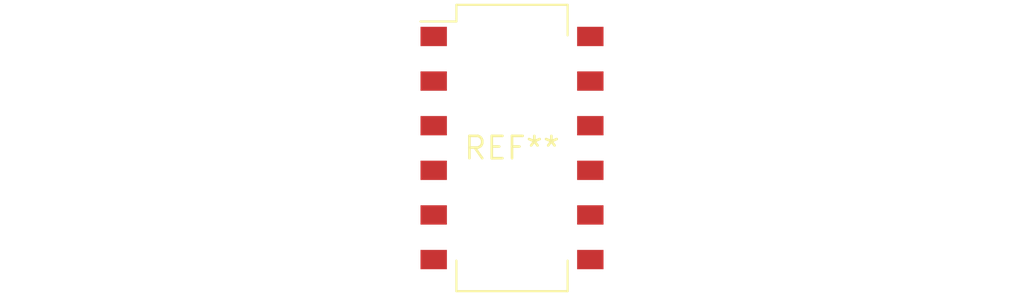
<source format=kicad_pcb>
(kicad_pcb (version 20240108) (generator pcbnew)
  (layers (0 "F.Cu" signal) (31 "B.Cu" signal) (34 "B.Paste" user) (35 "F.Paste" user) (36 "B.SilkS" user "B.Silkscreen") (37 "F.SilkS" user "F.Silkscreen") (38 "B.Mask" user) (39 "F.Mask" user) (44 "Edge.Cuts" user))
  (net 0 "")
  (footprint "SW_DIP_SPSTx06_Slide_Omron_A6S-610x_W8.9mm_P2.54mm" (layer "F.Cu") (at 0 0)
    (property "Reference" "REF**")
    (property "Value" "SW_DIP_SPSTx06_Slide_Omron_A6S-610x_W8.9mm_P2.54mm")
    (fp_line (start -5.2 -7.201) (end -3.16 -7.201) (layer "F.SilkS") (stroke (width 0.12)))
    (fp_line (start -3.16 -8.15) (end -3.16 -7.201) (layer "F.SilkS") (stroke (width 0.12)))
    (fp_line (start -3.16 -8.15) (end 3.16 -8.15) (layer "F.SilkS") (stroke (width 0.12)))
    (fp_line (start -3.16 6.41) (end -3.16 8.15) (layer "F.SilkS") (stroke (width 0.12)))
    (fp_line (start -3.16 8.15) (end 3.16 8.15) (layer "F.SilkS") (stroke (width 0.12)))
    (fp_line (start 3.16 -8.15) (end 3.16 -6.411) (layer "F.SilkS") (stroke (width 0.12)))
    (fp_line (start 3.16 6.41) (end 3.16 8.15) (layer "F.SilkS") (stroke (width 0.12)))
    (pad "1" smd rect (at -4.45 -6.35) (size 1.5 1.1) (layers "F.Cu" "F.Paste" "F.Mask"))
    (pad "2" smd rect (at -4.45 -3.81) (size 1.5 1.1) (layers "F.Cu" "F.Paste" "F.Mask"))
    (pad "3" smd rect (at -4.45 -1.27) (size 1.5 1.1) (layers "F.Cu" "F.Paste" "F.Mask"))
    (pad "4" smd rect (at -4.45 1.27) (size 1.5 1.1) (layers "F.Cu" "F.Paste" "F.Mask"))
    (pad "5" smd rect (at -4.45 3.81) (size 1.5 1.1) (layers "F.Cu" "F.Paste" "F.Mask"))
    (pad "6" smd rect (at -4.45 6.35) (size 1.5 1.1) (layers "F.Cu" "F.Paste" "F.Mask"))
    (pad "7" smd rect (at 4.45 6.35) (size 1.5 1.1) (layers "F.Cu" "F.Paste" "F.Mask"))
    (pad "8" smd rect (at 4.45 3.81) (size 1.5 1.1) (layers "F.Cu" "F.Paste" "F.Mask"))
    (pad "9" smd rect (at 4.45 1.27) (size 1.5 1.1) (layers "F.Cu" "F.Paste" "F.Mask"))
    (pad "10" smd rect (at 4.45 -1.27) (size 1.5 1.1) (layers "F.Cu" "F.Paste" "F.Mask"))
    (pad "11" smd rect (at 4.45 -3.81) (size 1.5 1.1) (layers "F.Cu" "F.Paste" "F.Mask"))
    (pad "12" smd rect (at 4.45 -6.35) (size 1.5 1.1) (layers "F.Cu" "F.Paste" "F.Mask"))
  )
)
</source>
